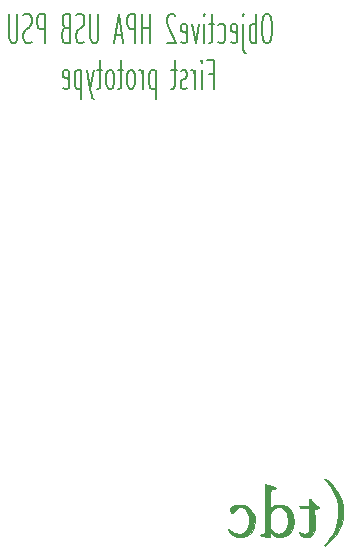
<source format=gbr>
G04 #@! TF.GenerationSoftware,KiCad,Pcbnew,(5.1.7)-1*
G04 #@! TF.CreationDate,2021-05-24T20:06:32+02:00*
G04 #@! TF.ProjectId,dcdcdc,64636463-6463-42e6-9b69-6361645f7063,rev?*
G04 #@! TF.SameCoordinates,Original*
G04 #@! TF.FileFunction,Legend,Bot*
G04 #@! TF.FilePolarity,Positive*
%FSLAX46Y46*%
G04 Gerber Fmt 4.6, Leading zero omitted, Abs format (unit mm)*
G04 Created by KiCad (PCBNEW (5.1.7)-1) date 2021-05-24 20:06:32*
%MOMM*%
%LPD*%
G01*
G04 APERTURE LIST*
%ADD10C,0.150000*%
%ADD11C,0.010000*%
G04 APERTURE END LIST*
D10*
X38277271Y-1303752D02*
X38048700Y-1303752D01*
X37934414Y-1422800D01*
X37820128Y-1660895D01*
X37762985Y-2137085D01*
X37762985Y-2970419D01*
X37820128Y-3446609D01*
X37934414Y-3684704D01*
X38048700Y-3803752D01*
X38277271Y-3803752D01*
X38391557Y-3684704D01*
X38505842Y-3446609D01*
X38562985Y-2970419D01*
X38562985Y-2137085D01*
X38505842Y-1660895D01*
X38391557Y-1422800D01*
X38277271Y-1303752D01*
X37248700Y-3803752D02*
X37248700Y-1303752D01*
X37248700Y-2256133D02*
X37134414Y-2137085D01*
X36905842Y-2137085D01*
X36791557Y-2256133D01*
X36734414Y-2375180D01*
X36677271Y-2613276D01*
X36677271Y-3327561D01*
X36734414Y-3565657D01*
X36791557Y-3684704D01*
X36905842Y-3803752D01*
X37134414Y-3803752D01*
X37248700Y-3684704D01*
X36162985Y-2137085D02*
X36162985Y-4279942D01*
X36220128Y-4518038D01*
X36334414Y-4637085D01*
X36391557Y-4637085D01*
X36162985Y-1303752D02*
X36220128Y-1422800D01*
X36162985Y-1541847D01*
X36105842Y-1422800D01*
X36162985Y-1303752D01*
X36162985Y-1541847D01*
X35134414Y-3684704D02*
X35248700Y-3803752D01*
X35477271Y-3803752D01*
X35591557Y-3684704D01*
X35648700Y-3446609D01*
X35648700Y-2494228D01*
X35591557Y-2256133D01*
X35477271Y-2137085D01*
X35248700Y-2137085D01*
X35134414Y-2256133D01*
X35077271Y-2494228D01*
X35077271Y-2732323D01*
X35648700Y-2970419D01*
X34048700Y-3684704D02*
X34162985Y-3803752D01*
X34391557Y-3803752D01*
X34505842Y-3684704D01*
X34562985Y-3565657D01*
X34620128Y-3327561D01*
X34620128Y-2613276D01*
X34562985Y-2375180D01*
X34505842Y-2256133D01*
X34391557Y-2137085D01*
X34162985Y-2137085D01*
X34048700Y-2256133D01*
X33705842Y-2137085D02*
X33248699Y-2137085D01*
X33534414Y-1303752D02*
X33534414Y-3446609D01*
X33477271Y-3684704D01*
X33362985Y-3803752D01*
X33248699Y-3803752D01*
X32848699Y-3803752D02*
X32848699Y-2137085D01*
X32848699Y-1303752D02*
X32905842Y-1422800D01*
X32848699Y-1541847D01*
X32791557Y-1422800D01*
X32848699Y-1303752D01*
X32848699Y-1541847D01*
X32391557Y-2137085D02*
X32105842Y-3803752D01*
X31820128Y-2137085D01*
X30905842Y-3684704D02*
X31020128Y-3803752D01*
X31248699Y-3803752D01*
X31362985Y-3684704D01*
X31420128Y-3446609D01*
X31420128Y-2494228D01*
X31362985Y-2256133D01*
X31248699Y-2137085D01*
X31020128Y-2137085D01*
X30905842Y-2256133D01*
X30848699Y-2494228D01*
X30848699Y-2732323D01*
X31420128Y-2970419D01*
X30391557Y-1541847D02*
X30334414Y-1422800D01*
X30220128Y-1303752D01*
X29934414Y-1303752D01*
X29820128Y-1422800D01*
X29762985Y-1541847D01*
X29705842Y-1779942D01*
X29705842Y-2018038D01*
X29762985Y-2375180D01*
X30448699Y-3803752D01*
X29705842Y-3803752D01*
X28277271Y-3803752D02*
X28277271Y-1303752D01*
X28277271Y-2494228D02*
X27591557Y-2494228D01*
X27591557Y-3803752D02*
X27591557Y-1303752D01*
X27020128Y-3803752D02*
X27020128Y-1303752D01*
X26562985Y-1303752D01*
X26448699Y-1422800D01*
X26391557Y-1541847D01*
X26334414Y-1779942D01*
X26334414Y-2137085D01*
X26391557Y-2375180D01*
X26448699Y-2494228D01*
X26562985Y-2613276D01*
X27020128Y-2613276D01*
X25877271Y-3089466D02*
X25305842Y-3089466D01*
X25991557Y-3803752D02*
X25591557Y-1303752D01*
X25191557Y-3803752D01*
X23877271Y-1303752D02*
X23877271Y-3327561D01*
X23820128Y-3565657D01*
X23762985Y-3684704D01*
X23648699Y-3803752D01*
X23420128Y-3803752D01*
X23305842Y-3684704D01*
X23248699Y-3565657D01*
X23191557Y-3327561D01*
X23191557Y-1303752D01*
X22677271Y-3684704D02*
X22505842Y-3803752D01*
X22220128Y-3803752D01*
X22105842Y-3684704D01*
X22048699Y-3565657D01*
X21991557Y-3327561D01*
X21991557Y-3089466D01*
X22048699Y-2851371D01*
X22105842Y-2732323D01*
X22220128Y-2613276D01*
X22448699Y-2494228D01*
X22562985Y-2375180D01*
X22620128Y-2256133D01*
X22677271Y-2018038D01*
X22677271Y-1779942D01*
X22620128Y-1541847D01*
X22562985Y-1422800D01*
X22448699Y-1303752D01*
X22162985Y-1303752D01*
X21991557Y-1422800D01*
X21077271Y-2494228D02*
X20905842Y-2613276D01*
X20848699Y-2732323D01*
X20791557Y-2970419D01*
X20791557Y-3327561D01*
X20848699Y-3565657D01*
X20905842Y-3684704D01*
X21020128Y-3803752D01*
X21477271Y-3803752D01*
X21477271Y-1303752D01*
X21077271Y-1303752D01*
X20962985Y-1422800D01*
X20905842Y-1541847D01*
X20848699Y-1779942D01*
X20848699Y-2018038D01*
X20905842Y-2256133D01*
X20962985Y-2375180D01*
X21077271Y-2494228D01*
X21477271Y-2494228D01*
X19362985Y-3803752D02*
X19362985Y-1303752D01*
X18905842Y-1303752D01*
X18791557Y-1422800D01*
X18734414Y-1541847D01*
X18677271Y-1779942D01*
X18677271Y-2137085D01*
X18734414Y-2375180D01*
X18791557Y-2494228D01*
X18905842Y-2613276D01*
X19362985Y-2613276D01*
X18220128Y-3684704D02*
X18048699Y-3803752D01*
X17762985Y-3803752D01*
X17648699Y-3684704D01*
X17591557Y-3565657D01*
X17534414Y-3327561D01*
X17534414Y-3089466D01*
X17591557Y-2851371D01*
X17648699Y-2732323D01*
X17762985Y-2613276D01*
X17991557Y-2494228D01*
X18105842Y-2375180D01*
X18162985Y-2256133D01*
X18220128Y-2018038D01*
X18220128Y-1779942D01*
X18162985Y-1541847D01*
X18105842Y-1422800D01*
X17991557Y-1303752D01*
X17705842Y-1303752D01*
X17534414Y-1422800D01*
X17020128Y-1303752D02*
X17020128Y-3327561D01*
X16962985Y-3565657D01*
X16905842Y-3684704D01*
X16791557Y-3803752D01*
X16562985Y-3803752D01*
X16448699Y-3684704D01*
X16391557Y-3565657D01*
X16334414Y-3327561D01*
X16334414Y-1303752D01*
X33248700Y-6394228D02*
X33648700Y-6394228D01*
X33648700Y-7703752D02*
X33648700Y-5203752D01*
X33077271Y-5203752D01*
X32620128Y-7703752D02*
X32620128Y-6037085D01*
X32620128Y-5203752D02*
X32677271Y-5322800D01*
X32620128Y-5441847D01*
X32562985Y-5322800D01*
X32620128Y-5203752D01*
X32620128Y-5441847D01*
X32048700Y-7703752D02*
X32048700Y-6037085D01*
X32048700Y-6513276D02*
X31991557Y-6275180D01*
X31934414Y-6156133D01*
X31820128Y-6037085D01*
X31705842Y-6037085D01*
X31362985Y-7584704D02*
X31248700Y-7703752D01*
X31020128Y-7703752D01*
X30905842Y-7584704D01*
X30848700Y-7346609D01*
X30848700Y-7227561D01*
X30905842Y-6989466D01*
X31020128Y-6870419D01*
X31191557Y-6870419D01*
X31305842Y-6751371D01*
X31362985Y-6513276D01*
X31362985Y-6394228D01*
X31305842Y-6156133D01*
X31191557Y-6037085D01*
X31020128Y-6037085D01*
X30905842Y-6156133D01*
X30505842Y-6037085D02*
X30048700Y-6037085D01*
X30334414Y-5203752D02*
X30334414Y-7346609D01*
X30277271Y-7584704D01*
X30162985Y-7703752D01*
X30048700Y-7703752D01*
X28734414Y-6037085D02*
X28734414Y-8537085D01*
X28734414Y-6156133D02*
X28620128Y-6037085D01*
X28391557Y-6037085D01*
X28277271Y-6156133D01*
X28220128Y-6275180D01*
X28162985Y-6513276D01*
X28162985Y-7227561D01*
X28220128Y-7465657D01*
X28277271Y-7584704D01*
X28391557Y-7703752D01*
X28620128Y-7703752D01*
X28734414Y-7584704D01*
X27648700Y-7703752D02*
X27648700Y-6037085D01*
X27648700Y-6513276D02*
X27591557Y-6275180D01*
X27534414Y-6156133D01*
X27420128Y-6037085D01*
X27305842Y-6037085D01*
X26734414Y-7703752D02*
X26848700Y-7584704D01*
X26905842Y-7465657D01*
X26962985Y-7227561D01*
X26962985Y-6513276D01*
X26905842Y-6275180D01*
X26848700Y-6156133D01*
X26734414Y-6037085D01*
X26562985Y-6037085D01*
X26448700Y-6156133D01*
X26391557Y-6275180D01*
X26334414Y-6513276D01*
X26334414Y-7227561D01*
X26391557Y-7465657D01*
X26448700Y-7584704D01*
X26562985Y-7703752D01*
X26734414Y-7703752D01*
X25991557Y-6037085D02*
X25534414Y-6037085D01*
X25820128Y-5203752D02*
X25820128Y-7346609D01*
X25762985Y-7584704D01*
X25648700Y-7703752D01*
X25534414Y-7703752D01*
X24962985Y-7703752D02*
X25077271Y-7584704D01*
X25134414Y-7465657D01*
X25191557Y-7227561D01*
X25191557Y-6513276D01*
X25134414Y-6275180D01*
X25077271Y-6156133D01*
X24962985Y-6037085D01*
X24791557Y-6037085D01*
X24677271Y-6156133D01*
X24620128Y-6275180D01*
X24562985Y-6513276D01*
X24562985Y-7227561D01*
X24620128Y-7465657D01*
X24677271Y-7584704D01*
X24791557Y-7703752D01*
X24962985Y-7703752D01*
X24220128Y-6037085D02*
X23762985Y-6037085D01*
X24048700Y-5203752D02*
X24048700Y-7346609D01*
X23991557Y-7584704D01*
X23877271Y-7703752D01*
X23762985Y-7703752D01*
X23477271Y-6037085D02*
X23191557Y-7703752D01*
X22905842Y-6037085D02*
X23191557Y-7703752D01*
X23305842Y-8298990D01*
X23362985Y-8418038D01*
X23477271Y-8537085D01*
X22448700Y-6037085D02*
X22448700Y-8537085D01*
X22448700Y-6156133D02*
X22334414Y-6037085D01*
X22105842Y-6037085D01*
X21991557Y-6156133D01*
X21934414Y-6275180D01*
X21877271Y-6513276D01*
X21877271Y-7227561D01*
X21934414Y-7465657D01*
X21991557Y-7584704D01*
X22105842Y-7703752D01*
X22334414Y-7703752D01*
X22448700Y-7584704D01*
X20905842Y-7584704D02*
X21020128Y-7703752D01*
X21248700Y-7703752D01*
X21362985Y-7584704D01*
X21420128Y-7346609D01*
X21420128Y-6394228D01*
X21362985Y-6156133D01*
X21248700Y-6037085D01*
X21020128Y-6037085D01*
X20905842Y-6156133D01*
X20848700Y-6394228D01*
X20848700Y-6632323D01*
X21420128Y-6870419D01*
D11*
G36*
X43015199Y-40673450D02*
G01*
X42996555Y-40683899D01*
X43013943Y-40710189D01*
X43061184Y-40769825D01*
X43130900Y-40853732D01*
X43208881Y-40944954D01*
X43504549Y-41320582D01*
X43745334Y-41702106D01*
X43932767Y-42093488D01*
X44068376Y-42498685D01*
X44153690Y-42921657D01*
X44190238Y-43366364D01*
X44191944Y-43490445D01*
X44167363Y-43937425D01*
X44094722Y-44369744D01*
X43975671Y-44780106D01*
X43815681Y-45153696D01*
X43715841Y-45332167D01*
X43587633Y-45533401D01*
X43442768Y-45740414D01*
X43292955Y-45936224D01*
X43196478Y-46051735D01*
X43096062Y-46172371D01*
X43036172Y-46258297D01*
X43015328Y-46312505D01*
X43032047Y-46337985D01*
X43053200Y-46340889D01*
X43085534Y-46323929D01*
X43148014Y-46279103D01*
X43228115Y-46215497D01*
X43242035Y-46203929D01*
X43583965Y-45886015D01*
X43878877Y-45544801D01*
X44125351Y-45183266D01*
X44321968Y-44804386D01*
X44467307Y-44411139D01*
X44559950Y-44006503D01*
X44598478Y-43593455D01*
X44596072Y-43363445D01*
X44554377Y-42946998D01*
X44468142Y-42558096D01*
X44334138Y-42186881D01*
X44149135Y-41823497D01*
X44027367Y-41627778D01*
X43953462Y-41526274D01*
X43855973Y-41407498D01*
X43741850Y-41278410D01*
X43618044Y-41145971D01*
X43491504Y-41017143D01*
X43369180Y-40898887D01*
X43258022Y-40798164D01*
X43164980Y-40721935D01*
X43097005Y-40677161D01*
X43069351Y-40668222D01*
X43015199Y-40673450D01*
G37*
X43015199Y-40673450D02*
X42996555Y-40683899D01*
X43013943Y-40710189D01*
X43061184Y-40769825D01*
X43130900Y-40853732D01*
X43208881Y-40944954D01*
X43504549Y-41320582D01*
X43745334Y-41702106D01*
X43932767Y-42093488D01*
X44068376Y-42498685D01*
X44153690Y-42921657D01*
X44190238Y-43366364D01*
X44191944Y-43490445D01*
X44167363Y-43937425D01*
X44094722Y-44369744D01*
X43975671Y-44780106D01*
X43815681Y-45153696D01*
X43715841Y-45332167D01*
X43587633Y-45533401D01*
X43442768Y-45740414D01*
X43292955Y-45936224D01*
X43196478Y-46051735D01*
X43096062Y-46172371D01*
X43036172Y-46258297D01*
X43015328Y-46312505D01*
X43032047Y-46337985D01*
X43053200Y-46340889D01*
X43085534Y-46323929D01*
X43148014Y-46279103D01*
X43228115Y-46215497D01*
X43242035Y-46203929D01*
X43583965Y-45886015D01*
X43878877Y-45544801D01*
X44125351Y-45183266D01*
X44321968Y-44804386D01*
X44467307Y-44411139D01*
X44559950Y-44006503D01*
X44598478Y-43593455D01*
X44596072Y-43363445D01*
X44554377Y-42946998D01*
X44468142Y-42558096D01*
X44334138Y-42186881D01*
X44149135Y-41823497D01*
X44027367Y-41627778D01*
X43953462Y-41526274D01*
X43855973Y-41407498D01*
X43741850Y-41278410D01*
X43618044Y-41145971D01*
X43491504Y-41017143D01*
X43369180Y-40898887D01*
X43258022Y-40798164D01*
X43164980Y-40721935D01*
X43097005Y-40677161D01*
X43069351Y-40668222D01*
X43015199Y-40673450D01*
G36*
X41726555Y-42984332D02*
G01*
X41317333Y-42964997D01*
X41151226Y-42957436D01*
X41034351Y-42954870D01*
X40959540Y-42960098D01*
X40919625Y-42975919D01*
X40907435Y-43005133D01*
X40915802Y-43050538D01*
X40937053Y-43113491D01*
X40965996Y-43196516D01*
X41353331Y-43195313D01*
X41740666Y-43194111D01*
X41740666Y-44097222D01*
X41740508Y-44347840D01*
X41739779Y-44548533D01*
X41738103Y-44705819D01*
X41735102Y-44826218D01*
X41730398Y-44916248D01*
X41723612Y-44982428D01*
X41714368Y-45031277D01*
X41702286Y-45069314D01*
X41686990Y-45103057D01*
X41681767Y-45113222D01*
X41620904Y-45201718D01*
X41544257Y-45278874D01*
X41526545Y-45292126D01*
X41406389Y-45341771D01*
X41268456Y-45344020D01*
X41124255Y-45299730D01*
X41047411Y-45256485D01*
X40950260Y-45207659D01*
X40883012Y-45202203D01*
X40851042Y-45232653D01*
X40859724Y-45291541D01*
X40914433Y-45371402D01*
X40943389Y-45400977D01*
X41113238Y-45524893D01*
X41307270Y-45599216D01*
X41520116Y-45622445D01*
X41679886Y-45607065D01*
X41854341Y-45552440D01*
X41991391Y-45456527D01*
X42091992Y-45318250D01*
X42157102Y-45136534D01*
X42173163Y-45053131D01*
X42179274Y-44982251D01*
X42183891Y-44863822D01*
X42186914Y-44706721D01*
X42188241Y-44519825D01*
X42187768Y-44312012D01*
X42185395Y-44092160D01*
X42184711Y-44049145D01*
X42170652Y-43210846D01*
X42378993Y-43202479D01*
X42485655Y-43197158D01*
X42547855Y-43188860D01*
X42577554Y-43173074D01*
X42586715Y-43145288D01*
X42587333Y-43123894D01*
X42579276Y-43080519D01*
X42546834Y-43047527D01*
X42477604Y-43014832D01*
X42432488Y-42998013D01*
X42260999Y-42907101D01*
X42108115Y-42766538D01*
X41979217Y-42581543D01*
X41953504Y-42533209D01*
X41901927Y-42438457D01*
X41861104Y-42385613D01*
X41821280Y-42364000D01*
X41796705Y-42361556D01*
X41726555Y-42361556D01*
X41726555Y-42984332D01*
G37*
X41726555Y-42984332D02*
X41317333Y-42964997D01*
X41151226Y-42957436D01*
X41034351Y-42954870D01*
X40959540Y-42960098D01*
X40919625Y-42975919D01*
X40907435Y-43005133D01*
X40915802Y-43050538D01*
X40937053Y-43113491D01*
X40965996Y-43196516D01*
X41353331Y-43195313D01*
X41740666Y-43194111D01*
X41740666Y-44097222D01*
X41740508Y-44347840D01*
X41739779Y-44548533D01*
X41738103Y-44705819D01*
X41735102Y-44826218D01*
X41730398Y-44916248D01*
X41723612Y-44982428D01*
X41714368Y-45031277D01*
X41702286Y-45069314D01*
X41686990Y-45103057D01*
X41681767Y-45113222D01*
X41620904Y-45201718D01*
X41544257Y-45278874D01*
X41526545Y-45292126D01*
X41406389Y-45341771D01*
X41268456Y-45344020D01*
X41124255Y-45299730D01*
X41047411Y-45256485D01*
X40950260Y-45207659D01*
X40883012Y-45202203D01*
X40851042Y-45232653D01*
X40859724Y-45291541D01*
X40914433Y-45371402D01*
X40943389Y-45400977D01*
X41113238Y-45524893D01*
X41307270Y-45599216D01*
X41520116Y-45622445D01*
X41679886Y-45607065D01*
X41854341Y-45552440D01*
X41991391Y-45456527D01*
X42091992Y-45318250D01*
X42157102Y-45136534D01*
X42173163Y-45053131D01*
X42179274Y-44982251D01*
X42183891Y-44863822D01*
X42186914Y-44706721D01*
X42188241Y-44519825D01*
X42187768Y-44312012D01*
X42185395Y-44092160D01*
X42184711Y-44049145D01*
X42170652Y-43210846D01*
X42378993Y-43202479D01*
X42485655Y-43197158D01*
X42547855Y-43188860D01*
X42577554Y-43173074D01*
X42586715Y-43145288D01*
X42587333Y-43123894D01*
X42579276Y-43080519D01*
X42546834Y-43047527D01*
X42477604Y-43014832D01*
X42432488Y-42998013D01*
X42260999Y-42907101D01*
X42108115Y-42766538D01*
X41979217Y-42581543D01*
X41953504Y-42533209D01*
X41901927Y-42438457D01*
X41861104Y-42385613D01*
X41821280Y-42364000D01*
X41796705Y-42361556D01*
X41726555Y-42361556D01*
X41726555Y-42984332D01*
G36*
X38023516Y-41151891D02*
G01*
X38016101Y-41166081D01*
X38009755Y-41194309D01*
X38004397Y-41240316D01*
X37999945Y-41307846D01*
X37996316Y-41400643D01*
X37993430Y-41522449D01*
X37991204Y-41677009D01*
X37989556Y-41868065D01*
X37988406Y-42099361D01*
X37987671Y-42374640D01*
X37987269Y-42697645D01*
X37987119Y-43072120D01*
X37987111Y-43207181D01*
X37987286Y-43606485D01*
X37987531Y-43953099D01*
X37987425Y-44250776D01*
X37986546Y-44503270D01*
X37984473Y-44714333D01*
X37980785Y-44887719D01*
X37975060Y-45027180D01*
X37966877Y-45136470D01*
X37955815Y-45219340D01*
X37941453Y-45279545D01*
X37923369Y-45320836D01*
X37901142Y-45346968D01*
X37874351Y-45361693D01*
X37842574Y-45368763D01*
X37805390Y-45371933D01*
X37762378Y-45374954D01*
X37743543Y-45376949D01*
X37654076Y-45391256D01*
X37608083Y-45410245D01*
X37592621Y-45440318D01*
X37592000Y-45451889D01*
X37594416Y-45474633D01*
X37606572Y-45492826D01*
X37635831Y-45508356D01*
X37689556Y-45523108D01*
X37775111Y-45538970D01*
X37899857Y-45557830D01*
X38071158Y-45581575D01*
X38128222Y-45589322D01*
X38249508Y-45604109D01*
X38349994Y-45613282D01*
X38416504Y-45615811D01*
X38435370Y-45613351D01*
X38445590Y-45580203D01*
X38448775Y-45506617D01*
X38444285Y-45408234D01*
X38443929Y-45403919D01*
X38427563Y-45208705D01*
X38594081Y-45362871D01*
X38777356Y-45500757D01*
X38975420Y-45586574D01*
X39193350Y-45621771D01*
X39436225Y-45607797D01*
X39447070Y-45606152D01*
X39684302Y-45542492D01*
X39894116Y-45431463D01*
X40073358Y-45276660D01*
X40218874Y-45081677D01*
X40327510Y-44850108D01*
X40396112Y-44585549D01*
X40406945Y-44512260D01*
X40418134Y-44301485D01*
X39932484Y-44301485D01*
X39906180Y-44550872D01*
X39844274Y-44777849D01*
X39749513Y-44976125D01*
X39624649Y-45139410D01*
X39472429Y-45261415D01*
X39361303Y-45315160D01*
X39213344Y-45345514D01*
X39046260Y-45340465D01*
X38882740Y-45302525D01*
X38768768Y-45249584D01*
X38624833Y-45131350D01*
X38515097Y-44980471D01*
X38449009Y-44811223D01*
X38437869Y-44749728D01*
X38432164Y-44671019D01*
X38428322Y-44548769D01*
X38426521Y-44395856D01*
X38426939Y-44225159D01*
X38428806Y-44093745D01*
X38432669Y-43912703D01*
X38437030Y-43778297D01*
X38443223Y-43680727D01*
X38452584Y-43610190D01*
X38466446Y-43556886D01*
X38486143Y-43511012D01*
X38513009Y-43462768D01*
X38515199Y-43459038D01*
X38643376Y-43286193D01*
X38794726Y-43161839D01*
X38965758Y-43088198D01*
X39130111Y-43067111D01*
X39315857Y-43094184D01*
X39485182Y-43173240D01*
X39633329Y-43301035D01*
X39755539Y-43474326D01*
X39771468Y-43504296D01*
X39825753Y-43617661D01*
X39863509Y-43719188D01*
X39890342Y-43828887D01*
X39911860Y-43966768D01*
X39920434Y-44035977D01*
X39932484Y-44301485D01*
X40418134Y-44301485D01*
X40422732Y-44214882D01*
X40394867Y-43934630D01*
X40325685Y-43676852D01*
X40217524Y-43446894D01*
X40072717Y-43250102D01*
X39893602Y-43091823D01*
X39749220Y-43006883D01*
X39501080Y-42914014D01*
X39251133Y-42872638D01*
X39006213Y-42882573D01*
X38773157Y-42943636D01*
X38585853Y-43037901D01*
X38510200Y-43084536D01*
X38455651Y-43115646D01*
X38437686Y-43123556D01*
X38431899Y-43096917D01*
X38427836Y-43023274D01*
X38425395Y-42912039D01*
X38424474Y-42772624D01*
X38424969Y-42614438D01*
X38426780Y-42446893D01*
X38429802Y-42279402D01*
X38433934Y-42121374D01*
X38439074Y-41982222D01*
X38445119Y-41871356D01*
X38451966Y-41798188D01*
X38452119Y-41797111D01*
X38480529Y-41663190D01*
X38525103Y-41577287D01*
X38594256Y-41531511D01*
X38696404Y-41517971D01*
X38747857Y-41519779D01*
X38831898Y-41523201D01*
X38874074Y-41515325D01*
X38888702Y-41490260D01*
X38890222Y-41461219D01*
X38885149Y-41427158D01*
X38862917Y-41401037D01*
X38813008Y-41377057D01*
X38724904Y-41349417D01*
X38650333Y-41328932D01*
X38514441Y-41290733D01*
X38374923Y-41248836D01*
X38258732Y-41211377D01*
X38243748Y-41206213D01*
X38148419Y-41175330D01*
X38070072Y-41154219D01*
X38032082Y-41147993D01*
X38023516Y-41151891D01*
G37*
X38023516Y-41151891D02*
X38016101Y-41166081D01*
X38009755Y-41194309D01*
X38004397Y-41240316D01*
X37999945Y-41307846D01*
X37996316Y-41400643D01*
X37993430Y-41522449D01*
X37991204Y-41677009D01*
X37989556Y-41868065D01*
X37988406Y-42099361D01*
X37987671Y-42374640D01*
X37987269Y-42697645D01*
X37987119Y-43072120D01*
X37987111Y-43207181D01*
X37987286Y-43606485D01*
X37987531Y-43953099D01*
X37987425Y-44250776D01*
X37986546Y-44503270D01*
X37984473Y-44714333D01*
X37980785Y-44887719D01*
X37975060Y-45027180D01*
X37966877Y-45136470D01*
X37955815Y-45219340D01*
X37941453Y-45279545D01*
X37923369Y-45320836D01*
X37901142Y-45346968D01*
X37874351Y-45361693D01*
X37842574Y-45368763D01*
X37805390Y-45371933D01*
X37762378Y-45374954D01*
X37743543Y-45376949D01*
X37654076Y-45391256D01*
X37608083Y-45410245D01*
X37592621Y-45440318D01*
X37592000Y-45451889D01*
X37594416Y-45474633D01*
X37606572Y-45492826D01*
X37635831Y-45508356D01*
X37689556Y-45523108D01*
X37775111Y-45538970D01*
X37899857Y-45557830D01*
X38071158Y-45581575D01*
X38128222Y-45589322D01*
X38249508Y-45604109D01*
X38349994Y-45613282D01*
X38416504Y-45615811D01*
X38435370Y-45613351D01*
X38445590Y-45580203D01*
X38448775Y-45506617D01*
X38444285Y-45408234D01*
X38443929Y-45403919D01*
X38427563Y-45208705D01*
X38594081Y-45362871D01*
X38777356Y-45500757D01*
X38975420Y-45586574D01*
X39193350Y-45621771D01*
X39436225Y-45607797D01*
X39447070Y-45606152D01*
X39684302Y-45542492D01*
X39894116Y-45431463D01*
X40073358Y-45276660D01*
X40218874Y-45081677D01*
X40327510Y-44850108D01*
X40396112Y-44585549D01*
X40406945Y-44512260D01*
X40418134Y-44301485D01*
X39932484Y-44301485D01*
X39906180Y-44550872D01*
X39844274Y-44777849D01*
X39749513Y-44976125D01*
X39624649Y-45139410D01*
X39472429Y-45261415D01*
X39361303Y-45315160D01*
X39213344Y-45345514D01*
X39046260Y-45340465D01*
X38882740Y-45302525D01*
X38768768Y-45249584D01*
X38624833Y-45131350D01*
X38515097Y-44980471D01*
X38449009Y-44811223D01*
X38437869Y-44749728D01*
X38432164Y-44671019D01*
X38428322Y-44548769D01*
X38426521Y-44395856D01*
X38426939Y-44225159D01*
X38428806Y-44093745D01*
X38432669Y-43912703D01*
X38437030Y-43778297D01*
X38443223Y-43680727D01*
X38452584Y-43610190D01*
X38466446Y-43556886D01*
X38486143Y-43511012D01*
X38513009Y-43462768D01*
X38515199Y-43459038D01*
X38643376Y-43286193D01*
X38794726Y-43161839D01*
X38965758Y-43088198D01*
X39130111Y-43067111D01*
X39315857Y-43094184D01*
X39485182Y-43173240D01*
X39633329Y-43301035D01*
X39755539Y-43474326D01*
X39771468Y-43504296D01*
X39825753Y-43617661D01*
X39863509Y-43719188D01*
X39890342Y-43828887D01*
X39911860Y-43966768D01*
X39920434Y-44035977D01*
X39932484Y-44301485D01*
X40418134Y-44301485D01*
X40422732Y-44214882D01*
X40394867Y-43934630D01*
X40325685Y-43676852D01*
X40217524Y-43446894D01*
X40072717Y-43250102D01*
X39893602Y-43091823D01*
X39749220Y-43006883D01*
X39501080Y-42914014D01*
X39251133Y-42872638D01*
X39006213Y-42882573D01*
X38773157Y-42943636D01*
X38585853Y-43037901D01*
X38510200Y-43084536D01*
X38455651Y-43115646D01*
X38437686Y-43123556D01*
X38431899Y-43096917D01*
X38427836Y-43023274D01*
X38425395Y-42912039D01*
X38424474Y-42772624D01*
X38424969Y-42614438D01*
X38426780Y-42446893D01*
X38429802Y-42279402D01*
X38433934Y-42121374D01*
X38439074Y-41982222D01*
X38445119Y-41871356D01*
X38451966Y-41798188D01*
X38452119Y-41797111D01*
X38480529Y-41663190D01*
X38525103Y-41577287D01*
X38594256Y-41531511D01*
X38696404Y-41517971D01*
X38747857Y-41519779D01*
X38831898Y-41523201D01*
X38874074Y-41515325D01*
X38888702Y-41490260D01*
X38890222Y-41461219D01*
X38885149Y-41427158D01*
X38862917Y-41401037D01*
X38813008Y-41377057D01*
X38724904Y-41349417D01*
X38650333Y-41328932D01*
X38514441Y-41290733D01*
X38374923Y-41248836D01*
X38258732Y-41211377D01*
X38243748Y-41206213D01*
X38148419Y-41175330D01*
X38070072Y-41154219D01*
X38032082Y-41147993D01*
X38023516Y-41151891D01*
G36*
X35634993Y-42895546D02*
G01*
X35425406Y-42928914D01*
X35250279Y-42981816D01*
X35118209Y-43052114D01*
X35085048Y-43079221D01*
X35039203Y-43131153D01*
X35016622Y-43190551D01*
X35009800Y-43279576D01*
X35009666Y-43301847D01*
X35025760Y-43438826D01*
X35071176Y-43536997D01*
X35141614Y-43591757D01*
X35232777Y-43598506D01*
X35275375Y-43586239D01*
X35311660Y-43556565D01*
X35369468Y-43492434D01*
X35438261Y-43405844D01*
X35462232Y-43373486D01*
X35572987Y-43234734D01*
X35673204Y-43142008D01*
X35772626Y-43088659D01*
X35880994Y-43068038D01*
X35910923Y-43067217D01*
X36081057Y-43093632D01*
X36232933Y-43171124D01*
X36364190Y-43296609D01*
X36472468Y-43467005D01*
X36555408Y-43679228D01*
X36610648Y-43930197D01*
X36619087Y-43992245D01*
X36631350Y-44267563D01*
X36601080Y-44524876D01*
X36530680Y-44758273D01*
X36422552Y-44961839D01*
X36279098Y-45129664D01*
X36106501Y-45253787D01*
X36013621Y-45299509D01*
X35931976Y-45323902D01*
X35836256Y-45332600D01*
X35753092Y-45332482D01*
X35540078Y-45308431D01*
X35358669Y-45242079D01*
X35198663Y-45129047D01*
X35136558Y-45067854D01*
X35046480Y-44986465D01*
X34968651Y-44942053D01*
X34910135Y-44933257D01*
X34878001Y-44958717D01*
X34879312Y-45017071D01*
X34921134Y-45106959D01*
X34922442Y-45109084D01*
X35055046Y-45274554D01*
X35228552Y-45416914D01*
X35429245Y-45527300D01*
X35643410Y-45596846D01*
X35690897Y-45605773D01*
X35804701Y-45622852D01*
X35890544Y-45629948D01*
X35972311Y-45626930D01*
X36073887Y-45613667D01*
X36138555Y-45603319D01*
X36374160Y-45537705D01*
X36583746Y-45424922D01*
X36763996Y-45269477D01*
X36911596Y-45075879D01*
X37023229Y-44848633D01*
X37095580Y-44592249D01*
X37125333Y-44311234D01*
X37125916Y-44260985D01*
X37101463Y-43964534D01*
X37030491Y-43695106D01*
X36914827Y-43455816D01*
X36756296Y-43249779D01*
X36556724Y-43080111D01*
X36371629Y-42974019D01*
X36282734Y-42933741D01*
X36209027Y-42907618D01*
X36133665Y-42892619D01*
X36039806Y-42885715D01*
X35910607Y-42883875D01*
X35870444Y-42883851D01*
X35634993Y-42895546D01*
G37*
X35634993Y-42895546D02*
X35425406Y-42928914D01*
X35250279Y-42981816D01*
X35118209Y-43052114D01*
X35085048Y-43079221D01*
X35039203Y-43131153D01*
X35016622Y-43190551D01*
X35009800Y-43279576D01*
X35009666Y-43301847D01*
X35025760Y-43438826D01*
X35071176Y-43536997D01*
X35141614Y-43591757D01*
X35232777Y-43598506D01*
X35275375Y-43586239D01*
X35311660Y-43556565D01*
X35369468Y-43492434D01*
X35438261Y-43405844D01*
X35462232Y-43373486D01*
X35572987Y-43234734D01*
X35673204Y-43142008D01*
X35772626Y-43088659D01*
X35880994Y-43068038D01*
X35910923Y-43067217D01*
X36081057Y-43093632D01*
X36232933Y-43171124D01*
X36364190Y-43296609D01*
X36472468Y-43467005D01*
X36555408Y-43679228D01*
X36610648Y-43930197D01*
X36619087Y-43992245D01*
X36631350Y-44267563D01*
X36601080Y-44524876D01*
X36530680Y-44758273D01*
X36422552Y-44961839D01*
X36279098Y-45129664D01*
X36106501Y-45253787D01*
X36013621Y-45299509D01*
X35931976Y-45323902D01*
X35836256Y-45332600D01*
X35753092Y-45332482D01*
X35540078Y-45308431D01*
X35358669Y-45242079D01*
X35198663Y-45129047D01*
X35136558Y-45067854D01*
X35046480Y-44986465D01*
X34968651Y-44942053D01*
X34910135Y-44933257D01*
X34878001Y-44958717D01*
X34879312Y-45017071D01*
X34921134Y-45106959D01*
X34922442Y-45109084D01*
X35055046Y-45274554D01*
X35228552Y-45416914D01*
X35429245Y-45527300D01*
X35643410Y-45596846D01*
X35690897Y-45605773D01*
X35804701Y-45622852D01*
X35890544Y-45629948D01*
X35972311Y-45626930D01*
X36073887Y-45613667D01*
X36138555Y-45603319D01*
X36374160Y-45537705D01*
X36583746Y-45424922D01*
X36763996Y-45269477D01*
X36911596Y-45075879D01*
X37023229Y-44848633D01*
X37095580Y-44592249D01*
X37125333Y-44311234D01*
X37125916Y-44260985D01*
X37101463Y-43964534D01*
X37030491Y-43695106D01*
X36914827Y-43455816D01*
X36756296Y-43249779D01*
X36556724Y-43080111D01*
X36371629Y-42974019D01*
X36282734Y-42933741D01*
X36209027Y-42907618D01*
X36133665Y-42892619D01*
X36039806Y-42885715D01*
X35910607Y-42883875D01*
X35870444Y-42883851D01*
X35634993Y-42895546D01*
M02*

</source>
